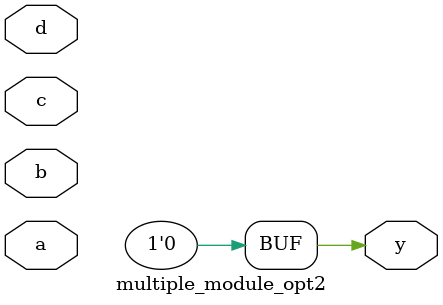
<source format=v>
/* Generated by Yosys 0.47+121 (git sha1 98b4affc4, g++ 13.2.0-23ubuntu4 -fPIC -O3) */

module multiple_module_opt2(a, b, c, d, y);
  input a;
  wire a;
  input b;
  wire b;
  input c;
  wire c;
  input d;
  wire d;
  output y;
  wire y;
  assign y = 1'h0;
endmodule

</source>
